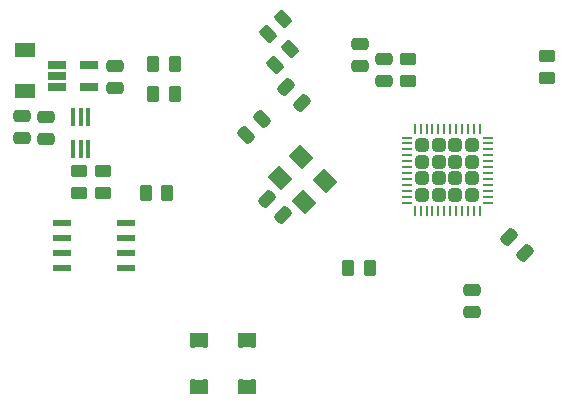
<source format=gbr>
%TF.GenerationSoftware,KiCad,Pcbnew,6.0.11+dfsg-1~bpo11+1*%
%TF.CreationDate,2023-07-05T00:35:24+00:00*%
%TF.ProjectId,PROGLOG01,50524f47-4c4f-4473-9031-2e6b69636164,B*%
%TF.SameCoordinates,Original*%
%TF.FileFunction,Paste,Bot*%
%TF.FilePolarity,Positive*%
%FSLAX46Y46*%
G04 Gerber Fmt 4.6, Leading zero omitted, Abs format (unit mm)*
G04 Created by KiCad (PCBNEW 6.0.11+dfsg-1~bpo11+1) date 2023-07-05 00:35:24*
%MOMM*%
%LPD*%
G01*
G04 APERTURE LIST*
G04 Aperture macros list*
%AMRoundRect*
0 Rectangle with rounded corners*
0 $1 Rounding radius*
0 $2 $3 $4 $5 $6 $7 $8 $9 X,Y pos of 4 corners*
0 Add a 4 corners polygon primitive as box body*
4,1,4,$2,$3,$4,$5,$6,$7,$8,$9,$2,$3,0*
0 Add four circle primitives for the rounded corners*
1,1,$1+$1,$2,$3*
1,1,$1+$1,$4,$5*
1,1,$1+$1,$6,$7*
1,1,$1+$1,$8,$9*
0 Add four rect primitives between the rounded corners*
20,1,$1+$1,$2,$3,$4,$5,0*
20,1,$1+$1,$4,$5,$6,$7,0*
20,1,$1+$1,$6,$7,$8,$9,0*
20,1,$1+$1,$8,$9,$2,$3,0*%
%AMRotRect*
0 Rectangle, with rotation*
0 The origin of the aperture is its center*
0 $1 length*
0 $2 width*
0 $3 Rotation angle, in degrees counterclockwise*
0 Add horizontal line*
21,1,$1,$2,0,0,$3*%
%AMFreePoly0*
4,1,23,0.405000,0.745865,0.430885,0.748318,0.514326,0.717475,0.576139,0.653497,0.604092,0.569043,0.592655,0.480821,0.586333,0.471118,0.535041,0.293601,0.507443,0.099107,0.507318,-0.097336,0.534670,-0.291865,0.585847,-0.469827,0.592286,-0.479814,0.603303,-0.568089,0.574948,-0.652409,0.512833,-0.716092,0.429245,-0.746538,0.405000,-0.744124,0.405000,-0.750000,-0.645000,-0.750000,
-0.645000,0.750000,0.405000,0.750000,0.405000,0.745865,0.405000,0.745865,$1*%
G04 Aperture macros list end*
%ADD10RoundRect,0.250000X0.315000X-0.315000X0.315000X0.315000X-0.315000X0.315000X-0.315000X-0.315000X0*%
%ADD11RoundRect,0.062500X0.062500X-0.375000X0.062500X0.375000X-0.062500X0.375000X-0.062500X-0.375000X0*%
%ADD12RoundRect,0.062500X0.375000X-0.062500X0.375000X0.062500X-0.375000X0.062500X-0.375000X-0.062500X0*%
%ADD13RoundRect,0.250000X-0.475000X0.250000X-0.475000X-0.250000X0.475000X-0.250000X0.475000X0.250000X0*%
%ADD14R,0.400000X1.500000*%
%ADD15R,1.560000X0.650000*%
%ADD16RoundRect,0.250000X0.475000X-0.250000X0.475000X0.250000X-0.475000X0.250000X-0.475000X-0.250000X0*%
%ADD17RoundRect,0.250000X-0.262500X-0.450000X0.262500X-0.450000X0.262500X0.450000X-0.262500X0.450000X0*%
%ADD18RoundRect,0.250000X0.132583X-0.503814X0.503814X-0.132583X-0.132583X0.503814X-0.503814X0.132583X0*%
%ADD19RoundRect,0.250000X-0.450000X0.262500X-0.450000X-0.262500X0.450000X-0.262500X0.450000X0.262500X0*%
%ADD20RotRect,1.600000X1.350000X135.000000*%
%ADD21FreePoly0,270.000000*%
%ADD22FreePoly0,90.000000*%
%ADD23R,1.700000X1.300000*%
%ADD24RoundRect,0.250000X0.159099X-0.512652X0.512652X-0.159099X-0.159099X0.512652X-0.512652X0.159099X0*%
%ADD25R,1.550000X0.600000*%
%ADD26RoundRect,0.250000X0.262500X0.450000X-0.262500X0.450000X-0.262500X-0.450000X0.262500X-0.450000X0*%
%ADD27RoundRect,0.250000X0.512652X0.159099X0.159099X0.512652X-0.512652X-0.159099X-0.159099X-0.512652X0*%
%ADD28RoundRect,0.250000X-0.512652X-0.159099X-0.159099X-0.512652X0.512652X0.159099X0.159099X0.512652X0*%
%ADD29RoundRect,0.250000X0.450000X-0.262500X0.450000X0.262500X-0.450000X0.262500X-0.450000X-0.262500X0*%
G04 APERTURE END LIST*
D10*
%TO.C,U4*%
X203191800Y-119654900D03*
X203191800Y-121054900D03*
X201791800Y-122454900D03*
X198991800Y-121054900D03*
X201791800Y-123854900D03*
X201791800Y-121054900D03*
X203191800Y-122454900D03*
X200391800Y-119654900D03*
X200391800Y-121054900D03*
X200391800Y-123854900D03*
X198991800Y-119654900D03*
X198991800Y-122454900D03*
X201791800Y-119654900D03*
X198991800Y-123854900D03*
X203191800Y-123854900D03*
X200391800Y-122454900D03*
D11*
X203841800Y-125192400D03*
X203341800Y-125192400D03*
X202841800Y-125192400D03*
X202341800Y-125192400D03*
X201841800Y-125192400D03*
X201341800Y-125192400D03*
X200841800Y-125192400D03*
X200341800Y-125192400D03*
X199841800Y-125192400D03*
X199341800Y-125192400D03*
X198841800Y-125192400D03*
X198341800Y-125192400D03*
D12*
X197654300Y-124504900D03*
X197654300Y-124004900D03*
X197654300Y-123504900D03*
X197654300Y-123004900D03*
X197654300Y-122504900D03*
X197654300Y-122004900D03*
X197654300Y-121504900D03*
X197654300Y-121004900D03*
X197654300Y-120504900D03*
X197654300Y-120004900D03*
X197654300Y-119504900D03*
X197654300Y-119004900D03*
D11*
X198341800Y-118317400D03*
X198841800Y-118317400D03*
X199341800Y-118317400D03*
X199841800Y-118317400D03*
X200341800Y-118317400D03*
X200841800Y-118317400D03*
X201341800Y-118317400D03*
X201841800Y-118317400D03*
X202341800Y-118317400D03*
X202841800Y-118317400D03*
X203341800Y-118317400D03*
X203841800Y-118317400D03*
D12*
X204529300Y-119004900D03*
X204529300Y-119504900D03*
X204529300Y-120004900D03*
X204529300Y-120504900D03*
X204529300Y-121004900D03*
X204529300Y-121504900D03*
X204529300Y-122004900D03*
X204529300Y-122504900D03*
X204529300Y-123004900D03*
X204529300Y-123504900D03*
X204529300Y-124004900D03*
X204529300Y-124504900D03*
%TD*%
D13*
%TO.C,C3*%
X165100000Y-117160000D03*
X165100000Y-119060000D03*
%TD*%
D14*
%TO.C,U1*%
X169403000Y-117288000D03*
X170053000Y-117288000D03*
X170703000Y-117288000D03*
X170703000Y-119948000D03*
X170053000Y-119948000D03*
X169403000Y-119948000D03*
%TD*%
D15*
%TO.C,U2*%
X168068000Y-114742000D03*
X168068000Y-113792000D03*
X168068000Y-112842000D03*
X170768000Y-112842000D03*
X170768000Y-114742000D03*
%TD*%
D16*
%TO.C,C4*%
X172974000Y-114805500D03*
X172974000Y-112905500D03*
%TD*%
D17*
%TO.C,R3*%
X176189000Y-112776000D03*
X178014000Y-112776000D03*
%TD*%
%TO.C,R2*%
X176189000Y-115316000D03*
X178014000Y-115316000D03*
%TD*%
D18*
%TO.C,R8*%
X185930046Y-110233954D03*
X187220516Y-108943484D03*
%TD*%
D19*
%TO.C,R10*%
X209550000Y-112117500D03*
X209550000Y-113942500D03*
%TD*%
D17*
%TO.C,R9*%
X192699000Y-130048000D03*
X194524000Y-130048000D03*
%TD*%
D19*
%TO.C,R5*%
X169926000Y-121833000D03*
X169926000Y-123658000D03*
%TD*%
D20*
%TO.C,X1*%
X188990421Y-124464188D03*
X186939812Y-122413579D03*
X188707579Y-120645812D03*
X190758188Y-122696421D03*
%TD*%
D16*
%TO.C,C1*%
X203200000Y-133779300D03*
X203200000Y-131879300D03*
%TD*%
D13*
%TO.C,C2*%
X167132000Y-117223500D03*
X167132000Y-119123500D03*
%TD*%
D18*
%TO.C,R7*%
X186488846Y-112824754D03*
X187779316Y-111534284D03*
%TD*%
D19*
%TO.C,R6*%
X171958000Y-121833000D03*
X171958000Y-123658000D03*
%TD*%
D21*
%TO.C,D3*%
X180086000Y-136271000D03*
D22*
X180086000Y-140081000D03*
%TD*%
D21*
%TO.C,D2*%
X184150000Y-136271000D03*
D22*
X184150000Y-140081000D03*
%TD*%
D23*
%TO.C,D1*%
X165354000Y-115062000D03*
X165354000Y-111562000D03*
%TD*%
D16*
%TO.C,C6*%
X195707000Y-114234000D03*
X195707000Y-112334000D03*
%TD*%
%TO.C,C5*%
X193675000Y-112951300D03*
X193675000Y-111051300D03*
%TD*%
D24*
%TO.C,C9*%
X184037049Y-118781751D03*
X185380551Y-117438249D03*
%TD*%
D25*
%TO.C,U3*%
X168480760Y-130060700D03*
X168480760Y-128790700D03*
X168480760Y-127520700D03*
X168480760Y-126250700D03*
X173880760Y-126250700D03*
X173880760Y-127520700D03*
X173880760Y-128790700D03*
X173880760Y-130060700D03*
%TD*%
D26*
%TO.C,R1*%
X177379000Y-123698000D03*
X175554000Y-123698000D03*
%TD*%
D27*
%TO.C,C10*%
X207694032Y-128776232D03*
X206350530Y-127432730D03*
%TD*%
%TO.C,C7*%
X187209770Y-125551270D03*
X185866268Y-124207768D03*
%TD*%
D28*
%TO.C,C8*%
X187466049Y-114695049D03*
X188809551Y-116038551D03*
%TD*%
D29*
%TO.C,R4*%
X197764400Y-114196500D03*
X197764400Y-112371500D03*
%TD*%
M02*

</source>
